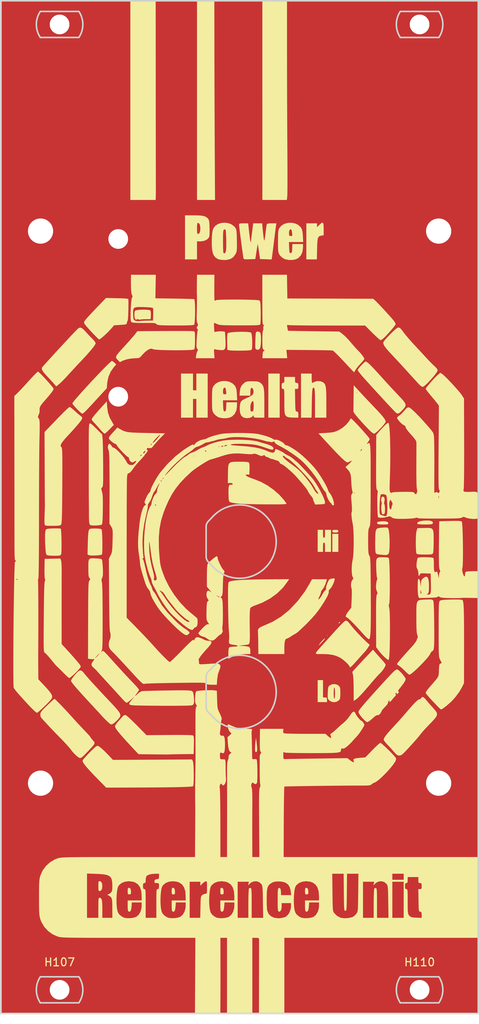
<source format=kicad_pcb>
(kicad_pcb (version 20211014) (generator pcbnew)
  (layers (0 "F.Cu" signal) (31 "B.Cu" signal) (34 "B.Paste" user) (35 "F.Paste" user) (36 "B.SilkS" user "B.Silkscreen") (37 "F.SilkS" user "F.Silkscreen") (38 "B.Mask" user) (39 "F.Mask" user) (44 "Edge.Cuts" user))
  (net 0 "")
  (footprint "LOGO" (layer "F.Cu") (at 130.32 114.2)
    (fp_text reference "G***" hide)
    (fp_text value "LOGO" hide)
  )
  (footprint "MountingHole:MountingHole_2.5mm" (layer "F.Cu") (at 107.45 175.4)
    (fp_text reference "H107" (at 0 -3.5) (layer "F.SilkS"))
    (fp_text value "MountingHole")
    (pad "" np_thru_hole circle (at 0 0) (size 2.5 2.5) (drill 2.5) (layers *.Cu *.Mask))
  )
  (footprint "MountingHole:MountingHole_3.2mm_M3" (layer "F.Cu") (at 105.03 79.2)
    (fp_text reference "H101" hide)
    (fp_text value "MountingHole")
    (pad "" np_thru_hole circle (at 0 0) (size 3.2 3.2) (drill 3.2) (layers *.Cu *.Mask))
  )
  (footprint "MountingHole:MountingHole_2.5mm" (layer "F.Cu") (at 153.17 53)
    (fp_text reference "H109" hide)
    (fp_text value "MountingHole")
    (pad "" np_thru_hole circle (at 0 0) (size 2.5 2.5) (drill 2.5) (layers *.Cu *.Mask))
  )
  (footprint "MountingHole:MountingHole_2.5mm" (layer "F.Cu") (at 114.897368 80.2)
    (fp_text reference "H105" hide)
    (fp_text value "MountingHole")
    (pad "" np_thru_hole circle (at 0 0) (size 2.5 2.5) (drill 2.5) (layers *.Cu *.Mask))
  )
  (footprint "MountingHole:MountingHole_2.5mm" (layer "F.Cu") (at 153.17 175.4)
    (fp_text reference "H110" (at 0 -3.5) (layer "F.SilkS"))
    (fp_text value "MountingHole")
    (pad "" np_thru_hole circle (at 0 0) (size 2.5 2.5) (drill 2.5) (layers *.Cu *.Mask))
  )
  (footprint "MountingHole:MountingHole_3.2mm_M3" (layer "F.Cu") (at 105.03 149.2)
    (fp_text reference "H103" hide)
    (fp_text value "MountingHole")
    (pad "" np_thru_hole circle (at 0 0) (size 3.2 3.2) (drill 3.2) (layers *.Cu *.Mask))
  )
  (footprint "MountingHole:MountingHole_3.2mm_M3" (layer "F.Cu") (at 155.59 149.2)
    (fp_text reference "H104" hide)
    (fp_text value "MountingHole")
    (pad "" np_thru_hole circle (at 0 0) (size 3.2 3.2) (drill 3.2) (layers *.Cu *.Mask))
  )
  (footprint "MountingHole:MountingHole_3.2mm_M3" (layer "F.Cu") (at 155.59 79.2)
    (fp_text reference "H102" hide)
    (fp_text value "MountingHole")
    (pad "" np_thru_hole circle (at 0 0) (size 3.2 3.2) (drill 3.2) (layers *.Cu *.Mask))
  )
  (footprint "MountingHole:MountingHole_2.5mm" (layer "F.Cu") (at 107.45 53)
    (fp_text reference "H108" hide)
    (fp_text value "MountingHole")
    (pad "" np_thru_hole circle (at 0 0) (size 2.5 2.5) (drill 2.5) (layers *.Cu *.Mask))
  )
  (footprint "MountingHole:MountingHole_2.5mm" (layer "F.Cu") (at 114.897368 100.2)
    (fp_text reference "H106" hide)
    (fp_text value "MountingHole")
    (pad "" np_thru_hole circle (at 0 0) (size 2.5 2.5) (drill 2.5) (layers *.Cu *.Mask))
  )
  (gr_rect (start 100 50) (end 160.62 178.4) (layer "F.Cu") (width 0.1) (fill solid))
  (gr_line (start 126.06 120.456796) (end 126.06 116.683204) (layer "Edge.Cuts") (width 0.2))
  (gr_arc (start 155.615404 51.35) (mid 156.12 53) (end 155.615404 54.65) (layer "Edge.Cuts") (width 0.2))
  (gr_line (start 100 50) (end 100 178.4) (layer "Edge.Cuts") (width 0.2))
  (gr_line (start 126.945923 140.840216) (end 126.342576 140.213433) (layer "Edge.Cuts") (width 0.2))
  (gr_arc (start 126.06 135.743204) (mid 126.133333 135.367321) (end 126.342576 135.046567) (layer "Edge.Cuts") (width 0.2))
  (gr_line (start 109.895404 54.65) (end 105.004596 54.65) (layer "Edge.Cuts") (width 0.2))
  (gr_arc (start 105.004596 54.65) (mid 104.5 53) (end 105.004596 51.35) (layer "Edge.Cuts") (width 0.2))
  (gr_line (start 126.342576 115.986567) (end 126.945923 115.359784) (layer "Edge.Cuts") (width 0.2))
  (gr_line (start 105.004596 51.35) (end 109.895404 51.35) (layer "Edge.Cuts") (width 0.2))
  (gr_arc (start 126.342576 121.153433) (mid 126.133333 120.832679) (end 126.06 120.456796) (layer "Edge.Cuts") (width 0.2))
  (gr_arc (start 126.342576 140.213433) (mid 126.133333 139.892679) (end 126.06 139.516796) (layer "Edge.Cuts") (width 0.2))
  (gr_arc (start 155.615404 173.75) (mid 156.12 175.4) (end 155.615404 177.05) (layer "Edge.Cuts") (width 0.2))
  (gr_line (start 150.724596 51.35) (end 155.615404 51.35) (layer "Edge.Cuts") (width 0.2))
  (gr_arc (start 150.724596 54.65) (mid 150.22 53) (end 150.724596 51.35) (layer "Edge.Cuts") (width 0.2))
  (gr_line (start 155.615404 177.05) (end 150.724596 177.05) (layer "Edge.Cuts") (width 0.2))
  (gr_line (start 100 178.4) (end 160.62 178.4) (layer "Edge.Cuts") (width 0.2))
  (gr_line (start 126.945923 121.780216) (end 126.342576 121.153433) (layer "Edge.Cuts") (width 0.2))
  (gr_arc (start 126.06 116.683204) (mid 126.133333 116.307321) (end 126.342576 115.986567) (layer "Edge.Cuts") (width 0.2))
  (gr_line (start 126.06 139.516796) (end 126.06 135.743204) (layer "Edge.Cuts") (width 0.2))
  (gr_line (start 160.62 178.4) (end 160.62 50) (layer "Edge.Cuts") (width 0.2))
  (gr_line (start 126.342576 135.046567) (end 126.945923 134.419784) (layer "Edge.Cuts") (width 0.2))
  (gr_line (start 109.895404 177.05) (end 105.004596 177.05) (layer "Edge.Cuts") (width 0.2))
  (gr_arc (start 126.945923 115.359784) (mid 134.96 118.57) (end 126.945923 121.780216) (layer "Edge.Cuts") (width 0.2))
  (gr_arc (start 109.895404 51.35) (mid 110.4 53) (end 109.895404 54.65) (layer "Edge.Cuts") (width 0.2))
  (gr_line (start 150.724596 173.75) (end 155.615404 173.75) (layer "Edge.Cuts") (width 0.2))
  (gr_arc (start 105.004596 177.05) (mid 104.5 175.4) (end 105.004596 173.75) (layer "Edge.Cuts") (width 0.2))
  (gr_arc (start 126.945923 134.419784) (mid 134.96 137.63) (end 126.945923 140.840216) (layer "Edge.Cuts") (width 0.2))
  (gr_line (start 105.004596 173.75) (end 109.895404 173.75) (layer "Edge.Cuts") (width 0.2))
  (gr_line (start 155.615404 54.65) (end 150.724596 54.65) (layer "Edge.Cuts") (width 0.2))
  (gr_arc (start 150.724596 177.05) (mid 150.22 175.4) (end 150.724596 173.75) (layer "Edge.Cuts") (width 0.2))
  (gr_line (start 160.62 50) (end 100 50) (layer "Edge.Cuts") (width 0.2))
  (gr_arc (start 109.895404 173.75) (mid 110.4 175.4) (end 109.895404 177.05) (layer "Edge.Cuts") (width 0.2))
)
</source>
